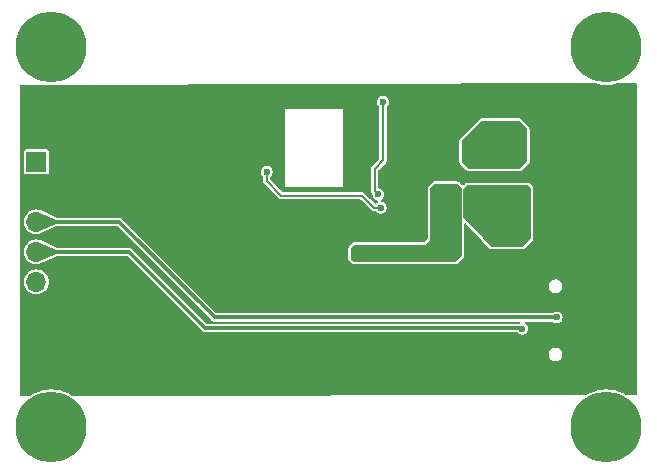
<source format=gbr>
G04 #@! TF.GenerationSoftware,KiCad,Pcbnew,8.0.8*
G04 #@! TF.CreationDate,2025-07-16T13:43:26+07:00*
G04 #@! TF.ProjectId,USBC_Prog_A7677S_V1.1,55534243-5f50-4726-9f67-5f4137363737,rev?*
G04 #@! TF.SameCoordinates,Original*
G04 #@! TF.FileFunction,Copper,L2,Bot*
G04 #@! TF.FilePolarity,Positive*
%FSLAX46Y46*%
G04 Gerber Fmt 4.6, Leading zero omitted, Abs format (unit mm)*
G04 Created by KiCad (PCBNEW 8.0.8) date 2025-07-16 13:43:26*
%MOMM*%
%LPD*%
G01*
G04 APERTURE LIST*
G04 #@! TA.AperFunction,ComponentPad*
%ADD10C,6.000000*%
G04 #@! TD*
G04 #@! TA.AperFunction,ComponentPad*
%ADD11R,1.700000X1.700000*%
G04 #@! TD*
G04 #@! TA.AperFunction,ComponentPad*
%ADD12O,1.700000X1.700000*%
G04 #@! TD*
G04 #@! TA.AperFunction,ComponentPad*
%ADD13O,1.800000X1.000000*%
G04 #@! TD*
G04 #@! TA.AperFunction,ComponentPad*
%ADD14O,2.100000X1.000000*%
G04 #@! TD*
G04 #@! TA.AperFunction,ViaPad*
%ADD15C,0.600000*%
G04 #@! TD*
G04 #@! TA.AperFunction,Conductor*
%ADD16C,0.200000*%
G04 #@! TD*
G04 #@! TA.AperFunction,Conductor*
%ADD17C,0.300000*%
G04 #@! TD*
G04 APERTURE END LIST*
D10*
G04 #@! TO.P,TP6,1,1*
G04 #@! TO.N,unconnected-(TP6-Pad1)*
X131500000Y-97400000D03*
G04 #@! TD*
G04 #@! TO.P,TP5,1,1*
G04 #@! TO.N,unconnected-(TP5-Pad1)*
X131500000Y-65200000D03*
G04 #@! TD*
G04 #@! TO.P,TP4,1,1*
G04 #@! TO.N,unconnected-(TP4-Pad1)*
X84500000Y-97400000D03*
G04 #@! TD*
G04 #@! TO.P,TP3,1,1*
G04 #@! TO.N,unconnected-(TP3-Pad1)*
X84500000Y-65200000D03*
G04 #@! TD*
D11*
G04 #@! TO.P,J3,1,Pin_1*
G04 #@! TO.N,VLTE*
X83250000Y-74925000D03*
D12*
G04 #@! TO.P,J3,2,Pin_2*
G04 #@! TO.N,GND*
X83250000Y-77465000D03*
G04 #@! TO.P,J3,3,Pin_3*
G04 #@! TO.N,DM*
X83250000Y-80005000D03*
G04 #@! TO.P,J3,4,Pin_4*
G04 #@! TO.N,DP*
X83250000Y-82545000D03*
G04 #@! TO.P,J3,5,Pin_5*
G04 #@! TO.N,VBUS*
X83250000Y-85085000D03*
G04 #@! TD*
D13*
G04 #@! TO.P,J1,SH4,SHELL_GND__3*
G04 #@! TO.N,GND*
X130900000Y-84030000D03*
G04 #@! TO.P,J1,SH3,SHELL_GND__2*
X130900000Y-92670000D03*
D14*
G04 #@! TO.P,J1,SH2,SHELL_GND__1*
X126720000Y-84030000D03*
G04 #@! TO.P,J1,SH1,SHELL_GND*
X126720000Y-92670000D03*
G04 #@! TD*
D15*
G04 #@! TO.N,GND*
X94800000Y-79100000D03*
X93800000Y-79100000D03*
X129350000Y-87900000D03*
X119200000Y-85500000D03*
X123875000Y-94125000D03*
X125800000Y-80700000D03*
X111800000Y-71700000D03*
X115675000Y-79800000D03*
X128800000Y-80700000D03*
X127800000Y-80700000D03*
X115000000Y-78200000D03*
X115675000Y-80800000D03*
X99000000Y-70850000D03*
X129350000Y-88900000D03*
X111800000Y-72500000D03*
X127800000Y-79700000D03*
X112800000Y-76200000D03*
X121950000Y-70280000D03*
X114300000Y-71700000D03*
X115000000Y-77200000D03*
X106800000Y-84750000D03*
X96600000Y-70850000D03*
X126800000Y-80700000D03*
X113400000Y-71700000D03*
X96000000Y-91700000D03*
X110900000Y-71700000D03*
X100200000Y-70850000D03*
X107800000Y-84750000D03*
X97800000Y-70850000D03*
X96825000Y-91700000D03*
X110900000Y-72500000D03*
X91700000Y-79100000D03*
X119200000Y-86500000D03*
X124825000Y-94125000D03*
X92700000Y-79100000D03*
X126800000Y-79700000D03*
X103000000Y-85900000D03*
X104000000Y-85900000D03*
X122850000Y-70280000D03*
X129350000Y-86900000D03*
X129350000Y-90900000D03*
X129350000Y-89900000D03*
X125800000Y-79700000D03*
X129350000Y-85900000D03*
X128800000Y-79700000D03*
G04 #@! TO.N,VLTE*
X112400000Y-78800000D03*
X102752396Y-75779186D03*
G04 #@! TO.N,VIN+*
X117700000Y-79350000D03*
X111050000Y-82950000D03*
X110350000Y-82300000D03*
X118650000Y-78350000D03*
X110350000Y-82950000D03*
X117700000Y-78350000D03*
X118650000Y-79350000D03*
X111050000Y-82300000D03*
G04 #@! TO.N,Net-(D2-K)*
X112200000Y-77675000D03*
X112600000Y-69850000D03*
G04 #@! TO.N,DM*
X127300000Y-88100000D03*
G04 #@! TO.N,DP*
X124400000Y-89050000D03*
G04 #@! TO.N,Net-(D14-K)*
X122170000Y-80680000D03*
X121020000Y-78050000D03*
X122170000Y-79610000D03*
X123170000Y-79610000D03*
X120020000Y-78050000D03*
X124170000Y-79610000D03*
X124170000Y-80680000D03*
X123170000Y-80680000D03*
G04 #@! TO.N,Net-(D6-K)*
X122000000Y-75000000D03*
X123000000Y-75000000D03*
X121000000Y-73000000D03*
X120000000Y-73000000D03*
X124000000Y-75000000D03*
G04 #@! TD*
D16*
G04 #@! TO.N,VLTE*
X102752396Y-76552396D02*
X104000000Y-77800000D01*
X104000000Y-77800000D02*
X110825000Y-77800000D01*
X102752396Y-75779186D02*
X102752396Y-76552396D01*
X111825000Y-78800000D02*
X112400000Y-78800000D01*
X110825000Y-77800000D02*
X111825000Y-78800000D01*
G04 #@! TO.N,Net-(D2-K)*
X112600000Y-74800000D02*
X112600000Y-69850000D01*
X111900000Y-77375000D02*
X111900000Y-75500000D01*
X111900000Y-75500000D02*
X112600000Y-74800000D01*
X112200000Y-77675000D02*
X111900000Y-77375000D01*
D17*
G04 #@! TO.N,DM*
X90255000Y-80005000D02*
X98350000Y-88100000D01*
X83250000Y-80005000D02*
X90255000Y-80005000D01*
X98350000Y-88100000D02*
X127300000Y-88100000D01*
G04 #@! TO.N,DP*
X83250000Y-82545000D02*
X91095000Y-82545000D01*
X91095000Y-82545000D02*
X97550000Y-89000000D01*
X97550000Y-89000000D02*
X124350000Y-89000000D01*
X124350000Y-89000000D02*
X124400000Y-89050000D01*
G04 #@! TD*
G04 #@! TA.AperFunction,Conductor*
G04 #@! TO.N,VIN+*
G36*
X118958419Y-76809685D02*
G01*
X118979061Y-76826319D01*
X119216181Y-77063439D01*
X119249666Y-77124762D01*
X119252500Y-77151120D01*
X119252500Y-81001799D01*
X119250000Y-81014367D01*
X119250000Y-80250000D01*
X119050000Y-80050000D01*
X116700000Y-80050000D01*
X116600000Y-80150000D01*
X116600000Y-77191362D01*
X116619685Y-77124323D01*
X116636319Y-77103681D01*
X116913681Y-76826319D01*
X116975004Y-76792834D01*
X117001362Y-76790000D01*
X118891380Y-76790000D01*
X118958419Y-76809685D01*
G37*
G04 #@! TD.AperFunction*
G04 #@! TD*
G04 #@! TA.AperFunction,Conductor*
G04 #@! TO.N,Net-(D6-K)*
G36*
X124145677Y-71449685D02*
G01*
X124166319Y-71466319D01*
X124773681Y-72073681D01*
X124807166Y-72135004D01*
X124810000Y-72161362D01*
X124810000Y-74863638D01*
X124790315Y-74930677D01*
X124773681Y-74951319D01*
X124241319Y-75483681D01*
X124179996Y-75517166D01*
X124153638Y-75520000D01*
X119903426Y-75520000D01*
X119836387Y-75500315D01*
X119815745Y-75483681D01*
X119286319Y-74954255D01*
X119252834Y-74892932D01*
X119250000Y-74866574D01*
X119250000Y-73191362D01*
X119269685Y-73124323D01*
X119286319Y-73103681D01*
X120923681Y-71466319D01*
X120985004Y-71432834D01*
X121011362Y-71430000D01*
X124078638Y-71430000D01*
X124145677Y-71449685D01*
G37*
G04 #@! TD.AperFunction*
G04 #@! TD*
G04 #@! TA.AperFunction,Conductor*
G04 #@! TO.N,Net-(D14-K)*
G36*
X124915677Y-76919685D02*
G01*
X124936319Y-76936319D01*
X125066181Y-77066181D01*
X125099666Y-77127504D01*
X125102500Y-77153862D01*
X125102500Y-81396538D01*
X125082815Y-81463577D01*
X125066181Y-81484219D01*
X124486719Y-82063681D01*
X124425396Y-82097166D01*
X124399038Y-82100000D01*
X121793252Y-82100000D01*
X121726213Y-82080315D01*
X121702916Y-82060944D01*
X121126465Y-81447900D01*
X121032163Y-81347612D01*
X119445664Y-79660400D01*
X119414081Y-79598076D01*
X119412000Y-79575456D01*
X119412000Y-77256426D01*
X119431685Y-77189387D01*
X119448319Y-77168745D01*
X119680745Y-76936319D01*
X119742068Y-76902834D01*
X119768426Y-76900000D01*
X124848638Y-76900000D01*
X124915677Y-76919685D01*
G37*
G04 #@! TD.AperFunction*
G04 #@! TD*
G04 #@! TA.AperFunction,Conductor*
G04 #@! TO.N,GND*
G36*
X134029116Y-68282896D02*
G01*
X134065220Y-68332294D01*
X134070152Y-68363001D01*
X134110420Y-94600940D01*
X134091602Y-94659160D01*
X134042157Y-94695200D01*
X134011513Y-94700092D01*
X133257954Y-94700798D01*
X133208231Y-94686500D01*
X133207883Y-94687132D01*
X132890836Y-94511907D01*
X132890837Y-94511907D01*
X132558723Y-94374340D01*
X132213307Y-94274828D01*
X132213287Y-94274824D01*
X131858917Y-94214614D01*
X131858897Y-94214611D01*
X131500005Y-94194457D01*
X131499995Y-94194457D01*
X131141102Y-94214611D01*
X131141082Y-94214614D01*
X130786712Y-94274824D01*
X130786692Y-94274828D01*
X130441276Y-94374340D01*
X130109162Y-94511907D01*
X129794544Y-94685790D01*
X129794536Y-94685795D01*
X129794461Y-94685849D01*
X129794441Y-94685855D01*
X129792196Y-94687266D01*
X129791832Y-94686687D01*
X129737280Y-94704099D01*
X86320277Y-94744807D01*
X86262895Y-94726547D01*
X86218715Y-94695200D01*
X86205452Y-94685789D01*
X86205451Y-94685788D01*
X86205449Y-94685787D01*
X85890836Y-94511907D01*
X85890837Y-94511907D01*
X85558723Y-94374340D01*
X85213307Y-94274828D01*
X85213287Y-94274824D01*
X84858917Y-94214614D01*
X84858897Y-94214611D01*
X84500005Y-94194457D01*
X84499995Y-94194457D01*
X84141102Y-94214611D01*
X84141082Y-94214614D01*
X83786712Y-94274824D01*
X83786692Y-94274828D01*
X83441276Y-94374340D01*
X83109162Y-94511907D01*
X82794548Y-94685787D01*
X82794545Y-94685789D01*
X82732285Y-94729965D01*
X82675091Y-94748224D01*
X81934815Y-94748919D01*
X81876606Y-94730066D01*
X81840596Y-94680600D01*
X81835722Y-94649919D01*
X81835722Y-91164234D01*
X126644500Y-91164234D01*
X126644500Y-91315766D01*
X126679086Y-91444847D01*
X126683720Y-91462139D01*
X126759481Y-91593360D01*
X126759483Y-91593362D01*
X126759485Y-91593365D01*
X126866635Y-91700515D01*
X126866637Y-91700516D01*
X126866639Y-91700518D01*
X126997861Y-91776279D01*
X126997859Y-91776279D01*
X126997863Y-91776280D01*
X126997865Y-91776281D01*
X127144234Y-91815500D01*
X127144236Y-91815500D01*
X127295764Y-91815500D01*
X127295766Y-91815500D01*
X127442135Y-91776281D01*
X127442137Y-91776279D01*
X127442139Y-91776279D01*
X127573360Y-91700518D01*
X127573360Y-91700517D01*
X127573365Y-91700515D01*
X127680515Y-91593365D01*
X127756281Y-91462135D01*
X127795500Y-91315766D01*
X127795500Y-91164234D01*
X127756281Y-91017865D01*
X127756279Y-91017862D01*
X127756279Y-91017860D01*
X127680518Y-90886639D01*
X127680516Y-90886637D01*
X127680515Y-90886635D01*
X127573365Y-90779485D01*
X127573362Y-90779483D01*
X127573360Y-90779481D01*
X127442138Y-90703720D01*
X127442140Y-90703720D01*
X127385347Y-90688503D01*
X127295766Y-90664500D01*
X127144234Y-90664500D01*
X127054652Y-90688503D01*
X126997860Y-90703720D01*
X126866639Y-90779481D01*
X126759481Y-90886639D01*
X126683720Y-91017860D01*
X126683719Y-91017865D01*
X126644500Y-91164234D01*
X81835722Y-91164234D01*
X81835722Y-85084996D01*
X82194417Y-85084996D01*
X82194417Y-85085003D01*
X82214698Y-85290929D01*
X82214699Y-85290934D01*
X82274768Y-85488954D01*
X82372316Y-85671452D01*
X82381087Y-85682139D01*
X82503590Y-85831410D01*
X82503595Y-85831414D01*
X82663547Y-85962683D01*
X82663548Y-85962683D01*
X82663550Y-85962685D01*
X82846046Y-86060232D01*
X82983997Y-86102078D01*
X83044065Y-86120300D01*
X83044070Y-86120301D01*
X83249997Y-86140583D01*
X83250000Y-86140583D01*
X83250003Y-86140583D01*
X83455929Y-86120301D01*
X83455934Y-86120300D01*
X83653954Y-86060232D01*
X83836450Y-85962685D01*
X83996410Y-85831410D01*
X84127685Y-85671450D01*
X84225232Y-85488954D01*
X84285300Y-85290934D01*
X84285301Y-85290929D01*
X84305583Y-85085003D01*
X84305583Y-85084996D01*
X84285301Y-84879070D01*
X84285300Y-84879065D01*
X84267078Y-84818997D01*
X84225232Y-84681046D01*
X84127685Y-84498550D01*
X83996410Y-84338590D01*
X83996404Y-84338585D01*
X83836452Y-84207316D01*
X83653954Y-84109768D01*
X83455934Y-84049699D01*
X83455929Y-84049698D01*
X83250003Y-84029417D01*
X83249997Y-84029417D01*
X83044070Y-84049698D01*
X83044065Y-84049699D01*
X82846045Y-84109768D01*
X82663547Y-84207316D01*
X82503595Y-84338585D01*
X82503585Y-84338595D01*
X82372316Y-84498547D01*
X82274768Y-84681045D01*
X82214699Y-84879065D01*
X82214698Y-84879070D01*
X82194417Y-85084996D01*
X81835722Y-85084996D01*
X81835722Y-80004996D01*
X82194417Y-80004996D01*
X82194417Y-80005003D01*
X82214698Y-80210929D01*
X82214699Y-80210934D01*
X82274768Y-80408954D01*
X82372316Y-80591452D01*
X82503585Y-80751404D01*
X82503590Y-80751410D01*
X82503595Y-80751414D01*
X82663547Y-80882683D01*
X82663548Y-80882683D01*
X82663550Y-80882685D01*
X82846046Y-80980232D01*
X82983997Y-81022078D01*
X83044065Y-81040300D01*
X83044070Y-81040301D01*
X83249997Y-81060583D01*
X83250000Y-81060583D01*
X83250003Y-81060583D01*
X83455929Y-81040301D01*
X83455934Y-81040300D01*
X83653954Y-80980232D01*
X83658022Y-80978057D01*
X83672187Y-80971855D01*
X83672504Y-80971743D01*
X83672532Y-80971737D01*
X84943262Y-80384496D01*
X84986246Y-80364632D01*
X85027776Y-80355500D01*
X90068810Y-80355500D01*
X90127001Y-80374407D01*
X90138814Y-80384496D01*
X98134788Y-88380470D01*
X98214712Y-88426614D01*
X98303856Y-88450500D01*
X124069924Y-88450500D01*
X124128115Y-88469407D01*
X124164079Y-88518907D01*
X124164079Y-88580093D01*
X124128115Y-88629593D01*
X124123468Y-88632770D01*
X124121889Y-88633784D01*
X124068368Y-88649500D01*
X97736190Y-88649500D01*
X97677999Y-88630593D01*
X97666186Y-88620504D01*
X94534636Y-85488954D01*
X91310212Y-82264530D01*
X91230288Y-82218386D01*
X91141144Y-82194500D01*
X91141142Y-82194500D01*
X85027778Y-82194500D01*
X84986247Y-82185368D01*
X84912804Y-82151428D01*
X84678980Y-82043371D01*
X83672490Y-81578242D01*
X83668977Y-81576660D01*
X83663855Y-81574411D01*
X83663956Y-81574179D01*
X83655519Y-81570604D01*
X83653960Y-81569771D01*
X83653958Y-81569770D01*
X83653954Y-81569768D01*
X83653950Y-81569766D01*
X83653946Y-81569765D01*
X83455934Y-81509699D01*
X83455929Y-81509698D01*
X83250003Y-81489417D01*
X83249997Y-81489417D01*
X83044070Y-81509698D01*
X83044065Y-81509699D01*
X82846045Y-81569768D01*
X82663547Y-81667316D01*
X82503595Y-81798585D01*
X82503585Y-81798595D01*
X82372316Y-81958547D01*
X82274768Y-82141045D01*
X82214699Y-82339065D01*
X82214698Y-82339070D01*
X82194417Y-82544996D01*
X82194417Y-82545003D01*
X82214698Y-82750929D01*
X82214699Y-82750934D01*
X82274768Y-82948954D01*
X82372316Y-83131452D01*
X82477653Y-83259806D01*
X82503590Y-83291410D01*
X82503595Y-83291414D01*
X82663547Y-83422683D01*
X82663548Y-83422683D01*
X82663550Y-83422685D01*
X82846046Y-83520232D01*
X82983997Y-83562078D01*
X83044065Y-83580300D01*
X83044070Y-83580301D01*
X83249997Y-83600583D01*
X83250000Y-83600583D01*
X83250003Y-83600583D01*
X83455929Y-83580301D01*
X83455934Y-83580300D01*
X83456959Y-83579989D01*
X83653954Y-83520232D01*
X83658022Y-83518057D01*
X83672187Y-83511855D01*
X83672504Y-83511743D01*
X83672532Y-83511737D01*
X84847877Y-82968576D01*
X84986246Y-82904632D01*
X85027776Y-82895500D01*
X90908810Y-82895500D01*
X90967001Y-82914407D01*
X90978814Y-82924496D01*
X97334788Y-89280470D01*
X97414712Y-89326614D01*
X97503856Y-89350500D01*
X97503857Y-89350500D01*
X97596144Y-89350500D01*
X123952917Y-89350500D01*
X124011108Y-89369407D01*
X124027733Y-89384667D01*
X124068872Y-89432143D01*
X124189947Y-89509953D01*
X124296403Y-89541211D01*
X124328035Y-89550499D01*
X124328036Y-89550499D01*
X124328039Y-89550500D01*
X124328041Y-89550500D01*
X124471959Y-89550500D01*
X124471961Y-89550500D01*
X124610053Y-89509953D01*
X124731128Y-89432143D01*
X124825377Y-89323373D01*
X124885165Y-89192457D01*
X124905647Y-89050000D01*
X124885165Y-88907543D01*
X124825377Y-88776627D01*
X124731128Y-88667857D01*
X124676552Y-88632783D01*
X124637822Y-88585418D01*
X124634329Y-88524332D01*
X124667409Y-88472860D01*
X124724425Y-88450661D01*
X124730077Y-88450500D01*
X126896241Y-88450500D01*
X126954432Y-88469407D01*
X126963403Y-88477640D01*
X126963520Y-88477506D01*
X126968871Y-88482143D01*
X127089942Y-88559950D01*
X127089947Y-88559953D01*
X127176674Y-88585418D01*
X127228035Y-88600499D01*
X127228036Y-88600499D01*
X127228039Y-88600500D01*
X127228041Y-88600500D01*
X127371959Y-88600500D01*
X127371961Y-88600500D01*
X127510053Y-88559953D01*
X127631128Y-88482143D01*
X127725377Y-88373373D01*
X127785165Y-88242457D01*
X127805647Y-88100000D01*
X127785165Y-87957543D01*
X127725377Y-87826627D01*
X127631128Y-87717857D01*
X127631127Y-87717856D01*
X127631126Y-87717855D01*
X127510057Y-87640049D01*
X127510054Y-87640047D01*
X127510053Y-87640047D01*
X127510050Y-87640046D01*
X127371964Y-87599500D01*
X127371961Y-87599500D01*
X127228039Y-87599500D01*
X127228035Y-87599500D01*
X127089949Y-87640046D01*
X127089942Y-87640049D01*
X126968871Y-87717856D01*
X126963520Y-87722494D01*
X126962031Y-87720776D01*
X126918659Y-87746928D01*
X126896241Y-87749500D01*
X98536190Y-87749500D01*
X98477999Y-87730593D01*
X98466186Y-87720504D01*
X96129916Y-85384234D01*
X126644500Y-85384234D01*
X126644500Y-85535766D01*
X126679086Y-85664847D01*
X126683720Y-85682139D01*
X126759481Y-85813360D01*
X126759483Y-85813362D01*
X126759485Y-85813365D01*
X126866635Y-85920515D01*
X126866637Y-85920516D01*
X126866639Y-85920518D01*
X126997861Y-85996279D01*
X126997859Y-85996279D01*
X126997863Y-85996280D01*
X126997865Y-85996281D01*
X127144234Y-86035500D01*
X127144236Y-86035500D01*
X127295764Y-86035500D01*
X127295766Y-86035500D01*
X127442135Y-85996281D01*
X127442137Y-85996279D01*
X127442139Y-85996279D01*
X127573360Y-85920518D01*
X127573360Y-85920517D01*
X127573365Y-85920515D01*
X127680515Y-85813365D01*
X127756281Y-85682135D01*
X127795500Y-85535766D01*
X127795500Y-85384234D01*
X127756281Y-85237865D01*
X127756279Y-85237862D01*
X127756279Y-85237860D01*
X127680518Y-85106639D01*
X127680516Y-85106637D01*
X127680515Y-85106635D01*
X127573365Y-84999485D01*
X127573362Y-84999483D01*
X127573360Y-84999481D01*
X127442138Y-84923720D01*
X127442140Y-84923720D01*
X127385347Y-84908503D01*
X127295766Y-84884500D01*
X127144234Y-84884500D01*
X127054652Y-84908503D01*
X126997860Y-84923720D01*
X126866639Y-84999481D01*
X126759481Y-85106639D01*
X126683720Y-85237860D01*
X126683719Y-85237865D01*
X126644500Y-85384234D01*
X96129916Y-85384234D01*
X94775099Y-84029417D01*
X93022044Y-82276362D01*
X109669500Y-82276362D01*
X109669500Y-83073656D01*
X109670677Y-83095594D01*
X109670678Y-83095603D01*
X109673511Y-83121961D01*
X109673512Y-83121966D01*
X109697469Y-83198479D01*
X109697471Y-83198482D01*
X109730956Y-83259805D01*
X109754612Y-83291404D01*
X109766010Y-83306630D01*
X109970876Y-83511496D01*
X109987222Y-83526179D01*
X109987238Y-83526193D01*
X110007880Y-83542827D01*
X110078925Y-83579990D01*
X110078926Y-83579990D01*
X110078928Y-83579991D01*
X110079984Y-83580301D01*
X110145964Y-83599675D01*
X110203862Y-83608000D01*
X110203863Y-83608000D01*
X118691120Y-83608000D01*
X118691138Y-83608000D01*
X118713107Y-83606822D01*
X118739465Y-83603988D01*
X118815982Y-83580029D01*
X118877305Y-83546544D01*
X118924129Y-83511491D01*
X119358991Y-83076629D01*
X119373693Y-83060262D01*
X119390327Y-83039620D01*
X119427490Y-82968575D01*
X119447175Y-82901536D01*
X119455500Y-82843638D01*
X119455500Y-81032041D01*
X119455977Y-81022337D01*
X119458000Y-81001797D01*
X119458000Y-80223309D01*
X119476907Y-80165118D01*
X119526407Y-80129154D01*
X119587593Y-80129154D01*
X119629123Y-80155491D01*
X120869503Y-81474613D01*
X120869504Y-81474615D01*
X120976755Y-81588674D01*
X121496155Y-82141046D01*
X121553206Y-82201718D01*
X121571531Y-82218957D01*
X121594828Y-82238328D01*
X121668315Y-82277490D01*
X121735354Y-82297175D01*
X121793252Y-82305500D01*
X121793253Y-82305500D01*
X124399020Y-82305500D01*
X124399038Y-82305500D01*
X124421007Y-82304322D01*
X124447365Y-82301488D01*
X124523882Y-82277529D01*
X124585205Y-82244044D01*
X124632029Y-82208991D01*
X125211491Y-81629529D01*
X125226193Y-81613162D01*
X125242827Y-81592520D01*
X125279990Y-81521475D01*
X125299675Y-81454436D01*
X125308000Y-81396538D01*
X125308000Y-77153862D01*
X125306822Y-77131893D01*
X125303988Y-77105535D01*
X125291741Y-77066423D01*
X125280030Y-77029020D01*
X125261661Y-76995380D01*
X125246544Y-76967695D01*
X125211491Y-76920871D01*
X125081629Y-76791009D01*
X125081623Y-76791003D01*
X125065277Y-76776320D01*
X125065270Y-76776314D01*
X125065262Y-76776307D01*
X125044620Y-76759673D01*
X125044619Y-76759672D01*
X124973576Y-76722510D01*
X124973571Y-76722508D01*
X124906542Y-76702826D01*
X124906533Y-76702824D01*
X124860322Y-76696180D01*
X124848638Y-76694500D01*
X119768426Y-76694500D01*
X119768407Y-76694500D01*
X119746469Y-76695677D01*
X119746462Y-76695677D01*
X119746457Y-76695678D01*
X119737958Y-76696591D01*
X119720102Y-76698511D01*
X119720097Y-76698512D01*
X119643584Y-76722469D01*
X119582257Y-76755957D01*
X119535433Y-76791010D01*
X119454905Y-76871537D01*
X119400388Y-76899314D01*
X119339956Y-76889742D01*
X119314898Y-76871536D01*
X119124375Y-76681012D01*
X119108019Y-76666320D01*
X119108012Y-76666314D01*
X119108004Y-76666307D01*
X119087362Y-76649673D01*
X119087361Y-76649672D01*
X119016318Y-76612510D01*
X119016313Y-76612508D01*
X118949284Y-76592826D01*
X118949275Y-76592824D01*
X118903064Y-76586180D01*
X118891380Y-76584500D01*
X117001362Y-76584500D01*
X117001343Y-76584500D01*
X116979405Y-76585677D01*
X116979398Y-76585677D01*
X116979393Y-76585678D01*
X116970894Y-76586591D01*
X116953038Y-76588511D01*
X116953033Y-76588512D01*
X116876520Y-76612469D01*
X116815193Y-76645957D01*
X116768369Y-76681010D01*
X116491003Y-76958376D01*
X116476320Y-76974722D01*
X116476301Y-76974745D01*
X116459672Y-76995380D01*
X116422510Y-77066423D01*
X116422508Y-77066428D01*
X116402826Y-77133457D01*
X116402824Y-77133466D01*
X116394500Y-77191362D01*
X116394500Y-81398872D01*
X116375593Y-81457063D01*
X116365504Y-81468876D01*
X116143876Y-81690504D01*
X116089359Y-81718281D01*
X116073872Y-81719500D01*
X110226343Y-81719500D01*
X110204405Y-81720677D01*
X110204398Y-81720677D01*
X110204393Y-81720678D01*
X110195894Y-81721591D01*
X110178038Y-81723511D01*
X110178033Y-81723512D01*
X110101520Y-81747469D01*
X110040193Y-81780957D01*
X109993369Y-81816010D01*
X109766003Y-82043376D01*
X109751320Y-82059722D01*
X109751301Y-82059745D01*
X109734672Y-82080380D01*
X109697510Y-82151423D01*
X109697508Y-82151428D01*
X109677826Y-82218457D01*
X109677824Y-82218466D01*
X109669500Y-82276362D01*
X93022044Y-82276362D01*
X90470212Y-79724530D01*
X90390288Y-79678386D01*
X90390285Y-79678385D01*
X90389034Y-79678050D01*
X90301144Y-79654500D01*
X90301142Y-79654500D01*
X85027778Y-79654500D01*
X84986247Y-79645368D01*
X83672490Y-79038242D01*
X83668977Y-79036660D01*
X83663855Y-79034411D01*
X83663956Y-79034179D01*
X83655519Y-79030604D01*
X83653960Y-79029771D01*
X83653958Y-79029770D01*
X83653954Y-79029768D01*
X83653950Y-79029766D01*
X83653946Y-79029765D01*
X83455934Y-78969699D01*
X83455929Y-78969698D01*
X83250003Y-78949417D01*
X83249997Y-78949417D01*
X83044070Y-78969698D01*
X83044065Y-78969699D01*
X82846045Y-79029768D01*
X82663547Y-79127316D01*
X82503595Y-79258585D01*
X82503585Y-79258595D01*
X82372316Y-79418547D01*
X82274768Y-79601045D01*
X82214699Y-79799065D01*
X82214698Y-79799070D01*
X82194417Y-80004996D01*
X81835722Y-80004996D01*
X81835722Y-74055253D01*
X82199500Y-74055253D01*
X82199500Y-75794746D01*
X82199501Y-75794758D01*
X82211132Y-75853227D01*
X82211133Y-75853231D01*
X82255448Y-75919552D01*
X82321769Y-75963867D01*
X82366231Y-75972711D01*
X82380241Y-75975498D01*
X82380246Y-75975498D01*
X82380252Y-75975500D01*
X82380253Y-75975500D01*
X84119747Y-75975500D01*
X84119748Y-75975500D01*
X84178231Y-75963867D01*
X84244552Y-75919552D01*
X84288867Y-75853231D01*
X84300500Y-75794748D01*
X84300500Y-75779183D01*
X102246749Y-75779183D01*
X102246749Y-75779188D01*
X102267230Y-75921642D01*
X102327019Y-76052559D01*
X102425905Y-76166680D01*
X102423867Y-76168445D01*
X102449321Y-76210644D01*
X102451896Y-76233079D01*
X102451896Y-76591960D01*
X102472374Y-76668383D01*
X102472375Y-76668385D01*
X102503600Y-76722469D01*
X102503624Y-76722510D01*
X102503623Y-76722510D01*
X102511934Y-76736904D01*
X102511936Y-76736907D01*
X103759540Y-77984511D01*
X103759539Y-77984511D01*
X103815489Y-78040460D01*
X103884007Y-78080019D01*
X103884011Y-78080021D01*
X103960435Y-78100499D01*
X103960437Y-78100500D01*
X103960438Y-78100500D01*
X110659521Y-78100500D01*
X110717712Y-78119407D01*
X110729525Y-78129496D01*
X111640489Y-79040460D01*
X111640491Y-79040461D01*
X111640492Y-79040462D01*
X111640493Y-79040463D01*
X111709008Y-79080020D01*
X111709006Y-79080020D01*
X111709010Y-79080021D01*
X111709012Y-79080022D01*
X111785438Y-79100500D01*
X111864562Y-79100500D01*
X111952917Y-79100500D01*
X112011108Y-79119407D01*
X112027733Y-79134667D01*
X112068872Y-79182143D01*
X112189947Y-79259953D01*
X112296403Y-79291211D01*
X112328035Y-79300499D01*
X112328036Y-79300499D01*
X112328039Y-79300500D01*
X112328041Y-79300500D01*
X112471959Y-79300500D01*
X112471961Y-79300500D01*
X112610053Y-79259953D01*
X112731128Y-79182143D01*
X112825377Y-79073373D01*
X112885165Y-78942457D01*
X112905647Y-78800000D01*
X112885165Y-78657543D01*
X112825377Y-78526627D01*
X112731128Y-78417857D01*
X112731127Y-78417856D01*
X112731126Y-78417855D01*
X112610057Y-78340049D01*
X112610054Y-78340047D01*
X112610053Y-78340047D01*
X112610050Y-78340046D01*
X112465167Y-78297505D01*
X112465771Y-78295446D01*
X112419954Y-78272915D01*
X112391405Y-78218798D01*
X112400118Y-78158236D01*
X112435430Y-78118643D01*
X112531128Y-78057143D01*
X112625377Y-77948373D01*
X112685165Y-77817457D01*
X112705647Y-77675000D01*
X112690467Y-77569423D01*
X112685165Y-77532541D01*
X112625377Y-77401628D01*
X112625377Y-77401627D01*
X112531128Y-77292857D01*
X112531127Y-77292856D01*
X112531126Y-77292855D01*
X112410057Y-77215049D01*
X112410054Y-77215048D01*
X112410053Y-77215047D01*
X112346996Y-77196532D01*
X112271608Y-77174396D01*
X112221102Y-77139860D01*
X112200540Y-77082233D01*
X112200500Y-77079406D01*
X112200500Y-75665478D01*
X112219407Y-75607287D01*
X112229490Y-75595480D01*
X112840460Y-74984511D01*
X112856901Y-74956032D01*
X112876816Y-74921541D01*
X112876818Y-74921537D01*
X112880020Y-74915991D01*
X112880020Y-74915990D01*
X112880021Y-74915989D01*
X112900500Y-74839562D01*
X112900500Y-73191362D01*
X119044500Y-73191362D01*
X119044500Y-74866592D01*
X119045677Y-74888530D01*
X119045678Y-74888539D01*
X119048511Y-74914897D01*
X119048512Y-74914902D01*
X119072469Y-74991415D01*
X119105957Y-75052742D01*
X119141010Y-75099566D01*
X119670440Y-75628996D01*
X119679049Y-75636729D01*
X119686802Y-75643693D01*
X119707444Y-75660327D01*
X119778489Y-75697490D01*
X119778490Y-75697490D01*
X119778492Y-75697491D01*
X119778625Y-75697530D01*
X119845528Y-75717175D01*
X119903426Y-75725500D01*
X119903427Y-75725500D01*
X124153620Y-75725500D01*
X124153638Y-75725500D01*
X124175607Y-75724322D01*
X124201965Y-75721488D01*
X124278482Y-75697529D01*
X124339805Y-75664044D01*
X124386629Y-75628991D01*
X124918991Y-75096629D01*
X124933693Y-75080262D01*
X124950327Y-75059620D01*
X124987490Y-74988575D01*
X125007175Y-74921536D01*
X125015500Y-74863638D01*
X125015500Y-72161362D01*
X125014322Y-72139393D01*
X125011488Y-72113035D01*
X124987529Y-72036518D01*
X124954044Y-71975195D01*
X124918991Y-71928371D01*
X124311629Y-71321009D01*
X124311623Y-71321003D01*
X124295277Y-71306320D01*
X124295270Y-71306314D01*
X124295262Y-71306307D01*
X124274620Y-71289673D01*
X124274619Y-71289672D01*
X124203576Y-71252510D01*
X124203571Y-71252508D01*
X124136542Y-71232826D01*
X124136533Y-71232824D01*
X124090322Y-71226180D01*
X124078638Y-71224500D01*
X121011362Y-71224500D01*
X121011343Y-71224500D01*
X120989405Y-71225677D01*
X120989398Y-71225677D01*
X120989393Y-71225678D01*
X120980894Y-71226591D01*
X120963038Y-71228511D01*
X120963033Y-71228512D01*
X120886520Y-71252469D01*
X120825193Y-71285957D01*
X120778369Y-71321010D01*
X119141003Y-72958376D01*
X119126320Y-72974722D01*
X119126301Y-72974745D01*
X119109672Y-72995380D01*
X119072510Y-73066423D01*
X119072508Y-73066428D01*
X119052826Y-73133457D01*
X119052824Y-73133466D01*
X119044500Y-73191362D01*
X112900500Y-73191362D01*
X112900500Y-70303893D01*
X112919407Y-70245702D01*
X112926741Y-70237711D01*
X112926491Y-70237494D01*
X112931128Y-70232143D01*
X113025377Y-70123373D01*
X113085165Y-69992457D01*
X113105647Y-69850000D01*
X113085165Y-69707543D01*
X113025377Y-69576627D01*
X112931128Y-69467857D01*
X112931127Y-69467856D01*
X112931126Y-69467855D01*
X112810057Y-69390049D01*
X112810054Y-69390047D01*
X112810053Y-69390047D01*
X112810050Y-69390046D01*
X112671964Y-69349500D01*
X112671961Y-69349500D01*
X112528039Y-69349500D01*
X112528035Y-69349500D01*
X112389949Y-69390046D01*
X112389942Y-69390049D01*
X112268873Y-69467855D01*
X112174622Y-69576628D01*
X112114834Y-69707543D01*
X112094353Y-69849997D01*
X112094353Y-69850002D01*
X112114834Y-69992456D01*
X112174623Y-70123373D01*
X112273509Y-70237494D01*
X112271471Y-70239259D01*
X112296925Y-70281458D01*
X112299500Y-70303893D01*
X112299500Y-74634521D01*
X112280593Y-74692712D01*
X112270504Y-74704525D01*
X111715489Y-75259540D01*
X111715488Y-75259539D01*
X111659539Y-75315489D01*
X111619980Y-75384007D01*
X111619978Y-75384011D01*
X111599500Y-75460435D01*
X111599500Y-77414564D01*
X111619977Y-77490985D01*
X111619979Y-77490990D01*
X111643968Y-77532541D01*
X111643969Y-77532541D01*
X111643970Y-77532543D01*
X111659540Y-77559511D01*
X111669454Y-77569425D01*
X111697230Y-77623940D01*
X111697442Y-77653514D01*
X111694354Y-77674997D01*
X111694353Y-77675002D01*
X111714834Y-77817456D01*
X111774622Y-77948371D01*
X111774623Y-77948373D01*
X111805937Y-77984511D01*
X111868873Y-78057144D01*
X111989942Y-78134950D01*
X111989947Y-78134953D01*
X112128039Y-78175500D01*
X112134833Y-78177495D01*
X112134227Y-78179556D01*
X112180030Y-78202070D01*
X112208590Y-78256181D01*
X112199890Y-78316744D01*
X112164566Y-78356358D01*
X112068873Y-78417856D01*
X112045172Y-78445208D01*
X111992775Y-78476803D01*
X111931814Y-78471565D01*
X111900350Y-78450379D01*
X111490431Y-78040460D01*
X111009511Y-77559540D01*
X111009508Y-77559538D01*
X111009507Y-77559537D01*
X111008595Y-77559011D01*
X111008597Y-77559005D01*
X111008576Y-77559000D01*
X110940992Y-77519980D01*
X110940988Y-77519978D01*
X110864564Y-77499500D01*
X110864562Y-77499500D01*
X104165479Y-77499500D01*
X104107288Y-77480593D01*
X104095475Y-77470504D01*
X103654971Y-77030000D01*
X104342220Y-77030000D01*
X104342221Y-77030000D01*
X109199999Y-77030000D01*
X109200000Y-77030000D01*
X109200000Y-70464164D01*
X104342220Y-70464164D01*
X104342220Y-77030000D01*
X103654971Y-77030000D01*
X103081892Y-76456921D01*
X103054115Y-76402404D01*
X103052896Y-76386917D01*
X103052896Y-76233079D01*
X103071803Y-76174888D01*
X103079137Y-76166897D01*
X103078887Y-76166680D01*
X103083524Y-76161329D01*
X103177773Y-76052559D01*
X103237561Y-75921643D01*
X103258043Y-75779186D01*
X103249747Y-75721488D01*
X103237561Y-75636729D01*
X103177773Y-75505814D01*
X103177773Y-75505813D01*
X103083524Y-75397043D01*
X103083523Y-75397042D01*
X103083522Y-75397041D01*
X102962453Y-75319235D01*
X102962450Y-75319233D01*
X102962449Y-75319233D01*
X102962446Y-75319232D01*
X102824360Y-75278686D01*
X102824357Y-75278686D01*
X102680435Y-75278686D01*
X102680431Y-75278686D01*
X102542345Y-75319232D01*
X102542338Y-75319235D01*
X102421269Y-75397041D01*
X102327018Y-75505814D01*
X102267230Y-75636729D01*
X102246749Y-75779183D01*
X84300500Y-75779183D01*
X84300500Y-74055252D01*
X84288867Y-73996769D01*
X84244552Y-73930448D01*
X84244548Y-73930445D01*
X84178233Y-73886134D01*
X84178231Y-73886133D01*
X84178228Y-73886132D01*
X84178227Y-73886132D01*
X84119758Y-73874501D01*
X84119748Y-73874500D01*
X82380252Y-73874500D01*
X82380251Y-73874500D01*
X82380241Y-73874501D01*
X82321772Y-73886132D01*
X82321766Y-73886134D01*
X82255451Y-73930445D01*
X82255445Y-73930451D01*
X82211134Y-73996766D01*
X82211132Y-73996772D01*
X82199501Y-74055241D01*
X82199500Y-74055253D01*
X81835722Y-74055253D01*
X81835722Y-68510300D01*
X81854629Y-68452109D01*
X81904129Y-68416145D01*
X81934431Y-68411301D01*
X84471748Y-68404126D01*
X84477535Y-68404281D01*
X84500000Y-68405543D01*
X84525449Y-68404113D01*
X84530645Y-68403960D01*
X130593792Y-68273703D01*
X130621464Y-68277569D01*
X130786700Y-68325173D01*
X131141093Y-68385387D01*
X131141096Y-68385387D01*
X131141102Y-68385388D01*
X131499995Y-68405543D01*
X131500000Y-68405543D01*
X131500005Y-68405543D01*
X131858897Y-68385388D01*
X131858901Y-68385387D01*
X131858907Y-68385387D01*
X132213300Y-68325173D01*
X132396500Y-68272394D01*
X132423604Y-68268528D01*
X133970872Y-68264153D01*
X134029116Y-68282896D01*
G37*
G04 #@! TD.AperFunction*
G04 #@! TD*
G04 #@! TA.AperFunction,Conductor*
G04 #@! TO.N,VIN+*
G36*
X119250000Y-80250000D02*
G01*
X119250000Y-81014367D01*
X119250000Y-82843638D01*
X119230315Y-82910677D01*
X119213681Y-82931319D01*
X118778819Y-83366181D01*
X118717496Y-83399666D01*
X118691138Y-83402500D01*
X110203862Y-83402500D01*
X110136823Y-83382815D01*
X110116181Y-83366181D01*
X109911319Y-83161319D01*
X109877834Y-83099996D01*
X109875000Y-83073638D01*
X109875000Y-82276362D01*
X109894685Y-82209323D01*
X109911319Y-82188681D01*
X110138681Y-81961319D01*
X110200004Y-81927834D01*
X110226362Y-81925000D01*
X116200000Y-81925000D01*
X116600000Y-81525000D01*
X116600000Y-80150000D01*
X116700000Y-80050000D01*
X119050000Y-80050000D01*
X119250000Y-80250000D01*
G37*
G04 #@! TD.AperFunction*
G04 #@! TD*
G04 #@! TA.AperFunction,Conductor*
G04 #@! TO.N,DM*
G36*
X83585906Y-79224622D02*
G01*
X83586325Y-79224806D01*
X84943208Y-79851861D01*
X84949281Y-79858443D01*
X84950000Y-79862482D01*
X84950000Y-80147517D01*
X84946573Y-80155790D01*
X84943208Y-80158138D01*
X83586325Y-80785193D01*
X83577378Y-80785553D01*
X83570796Y-80779480D01*
X83570612Y-80779061D01*
X83250865Y-80009489D01*
X83250856Y-80000534D01*
X83250865Y-80000511D01*
X83308214Y-79862482D01*
X83570613Y-79230936D01*
X83576951Y-79224613D01*
X83585906Y-79224622D01*
G37*
G04 #@! TD.AperFunction*
G04 #@! TD*
G04 #@! TA.AperFunction,Conductor*
G04 #@! TO.N,DP*
G36*
X83585906Y-81764622D02*
G01*
X83586325Y-81764806D01*
X84943208Y-82391861D01*
X84949281Y-82398443D01*
X84950000Y-82402482D01*
X84950000Y-82687517D01*
X84946573Y-82695790D01*
X84943208Y-82698138D01*
X83586325Y-83325193D01*
X83577378Y-83325553D01*
X83570796Y-83319480D01*
X83570612Y-83319061D01*
X83250865Y-82549489D01*
X83250856Y-82540534D01*
X83250865Y-82540511D01*
X83308214Y-82402482D01*
X83570613Y-81770936D01*
X83576951Y-81764613D01*
X83585906Y-81764622D01*
G37*
G04 #@! TD.AperFunction*
G04 #@! TD*
M02*

</source>
